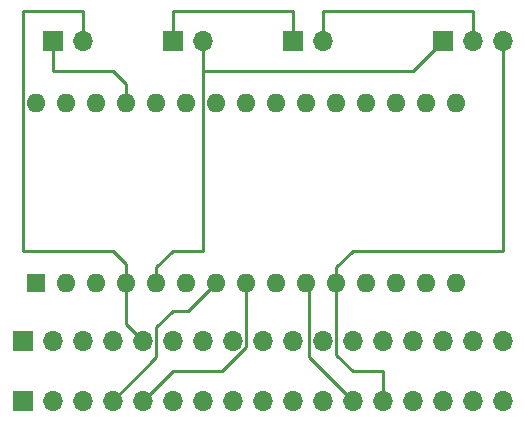
<source format=gbr>
%TF.GenerationSoftware,KiCad,Pcbnew,7.0.5*%
%TF.CreationDate,2026-01-03T12:26:39-08:00*%
%TF.ProjectId,ST-Noise,53542d4e-6f69-4736-952e-6b696361645f,rev?*%
%TF.SameCoordinates,Original*%
%TF.FileFunction,Copper,L1,Top*%
%TF.FilePolarity,Positive*%
%FSLAX46Y46*%
G04 Gerber Fmt 4.6, Leading zero omitted, Abs format (unit mm)*
G04 Created by KiCad (PCBNEW 7.0.5) date 2026-01-03 12:26:39*
%MOMM*%
%LPD*%
G01*
G04 APERTURE LIST*
%TA.AperFunction,ComponentPad*%
%ADD10R,1.700000X1.700000*%
%TD*%
%TA.AperFunction,ComponentPad*%
%ADD11O,1.700000X1.700000*%
%TD*%
%TA.AperFunction,ComponentPad*%
%ADD12R,1.600000X1.600000*%
%TD*%
%TA.AperFunction,ComponentPad*%
%ADD13O,1.600000X1.600000*%
%TD*%
%TA.AperFunction,Conductor*%
%ADD14C,0.250000*%
%TD*%
G04 APERTURE END LIST*
D10*
%TO.P,J2,1,Pin_1*%
%TO.N,Net-(A1-+5V)*%
X111760000Y-45720000D03*
D11*
%TO.P,J2,2,Pin_2*%
%TO.N,Net-(J1a1-Pin_5)*%
X114300000Y-45720000D03*
%TD*%
D12*
%TO.P,A1,1,D1/TX*%
%TO.N,unconnected-(A1-D1{slash}TX-Pad1)*%
X110370000Y-66180000D03*
D13*
%TO.P,A1,2,D0/RX*%
%TO.N,unconnected-(A1-D0{slash}RX-Pad2)*%
X112910000Y-66180000D03*
%TO.P,A1,3,~{RESET}*%
%TO.N,unconnected-(A1-~{RESET}-Pad3)*%
X115450000Y-66180000D03*
%TO.P,A1,4,GND*%
%TO.N,Net-(J1a1-Pin_5)*%
X117990000Y-66180000D03*
%TO.P,A1,5,D2*%
%TO.N,Net-(A1-D2)*%
X120530000Y-66180000D03*
%TO.P,A1,6,D3*%
%TO.N,unconnected-(A1-D3-Pad6)*%
X123070000Y-66180000D03*
%TO.P,A1,7,D4*%
%TO.N,Net-(A1-D4)*%
X125610000Y-66180000D03*
%TO.P,A1,8,D5*%
%TO.N,Net-(A1-D5)*%
X128150000Y-66180000D03*
%TO.P,A1,9,D6*%
%TO.N,Net-(A1-D6)*%
X130690000Y-66180000D03*
%TO.P,A1,10,D7*%
%TO.N,Net-(A1-D7)*%
X133230000Y-66180000D03*
%TO.P,A1,11,D8*%
%TO.N,Net-(A1-D8)*%
X135770000Y-66180000D03*
%TO.P,A1,12,D9*%
%TO.N,unconnected-(A1-D9-Pad12)*%
X138310000Y-66180000D03*
%TO.P,A1,13,D10*%
%TO.N,unconnected-(A1-D10-Pad13)*%
X140850000Y-66180000D03*
%TO.P,A1,14,D11*%
%TO.N,unconnected-(A1-D11-Pad14)*%
X143390000Y-66180000D03*
%TO.P,A1,15,D12*%
%TO.N,unconnected-(A1-D12-Pad15)*%
X145930000Y-66180000D03*
%TO.P,A1,16,D13*%
%TO.N,unconnected-(A1-D13-Pad16)*%
X145930000Y-50940000D03*
%TO.P,A1,17,3V3*%
%TO.N,unconnected-(A1-3V3-Pad17)*%
X143390000Y-50940000D03*
%TO.P,A1,18,AREF*%
%TO.N,unconnected-(A1-AREF-Pad18)*%
X140850000Y-50940000D03*
%TO.P,A1,19,A0*%
%TO.N,unconnected-(A1-A0-Pad19)*%
X138310000Y-50940000D03*
%TO.P,A1,20,A1*%
%TO.N,unconnected-(A1-A1-Pad20)*%
X135770000Y-50940000D03*
%TO.P,A1,21,A2*%
%TO.N,unconnected-(A1-A2-Pad21)*%
X133230000Y-50940000D03*
%TO.P,A1,22,A3*%
%TO.N,unconnected-(A1-A3-Pad22)*%
X130690000Y-50940000D03*
%TO.P,A1,23,A4*%
%TO.N,unconnected-(A1-A4-Pad23)*%
X128150000Y-50940000D03*
%TO.P,A1,24,A5*%
%TO.N,unconnected-(A1-A5-Pad24)*%
X125610000Y-50940000D03*
%TO.P,A1,25,A6*%
%TO.N,unconnected-(A1-A6-Pad25)*%
X123070000Y-50940000D03*
%TO.P,A1,26,A7*%
%TO.N,unconnected-(A1-A7-Pad26)*%
X120530000Y-50940000D03*
%TO.P,A1,27,+5V*%
%TO.N,Net-(A1-+5V)*%
X117990000Y-50940000D03*
%TO.P,A1,28,~{RESET}*%
%TO.N,unconnected-(A1-~{RESET}-Pad28)*%
X115450000Y-50940000D03*
%TO.P,A1,29,GND*%
%TO.N,unconnected-(A1-GND-Pad29)*%
X112910000Y-50940000D03*
%TO.P,A1,30,VIN*%
%TO.N,unconnected-(A1-VIN-Pad30)*%
X110370000Y-50940000D03*
%TD*%
D10*
%TO.P, ,1,Pin_1*%
%TO.N,unconnected-(J1a1-Pin_1-Pad1)*%
X109220000Y-71120000D03*
D11*
%TO.P, ,2,Pin_2*%
%TO.N,unconnected-(J1a1-Pin_2-Pad2)*%
X111760000Y-71120000D03*
%TO.P, ,3,Pin_3*%
%TO.N,unconnected-(J1a1-Pin_3-Pad3)*%
X114300000Y-71120000D03*
%TO.P, ,4,Pin_4*%
%TO.N,unconnected-(J1a1-Pin_4-Pad4)*%
X116840000Y-71120000D03*
%TO.P, ,5,Pin_5*%
%TO.N,Net-(J1a1-Pin_5)*%
X119380000Y-71120000D03*
%TO.P, ,6,Pin_6*%
%TO.N,unconnected-(J1a1-Pin_6-Pad6)*%
X121920000Y-71120000D03*
%TO.P, ,7,Pin_7*%
%TO.N,unconnected-(J1a1-Pin_7-Pad7)*%
X124460000Y-71120000D03*
%TO.P, ,8,Pin_8*%
%TO.N,unconnected-(J1a1-Pin_8-Pad8)*%
X127000000Y-71120000D03*
%TO.P, ,9,Pin_9*%
%TO.N,unconnected-(J1a1-Pin_9-Pad9)*%
X129540000Y-71120000D03*
%TO.P, ,10,Pin_10*%
%TO.N,unconnected-(J1a1-Pin_10-Pad10)*%
X132080000Y-71120000D03*
%TO.P, ,11,Pin_11*%
%TO.N,unconnected-(J1a1-Pin_11-Pad11)*%
X134620000Y-71120000D03*
%TO.P, ,12,Pin_12*%
%TO.N,unconnected-(J1a1-Pin_12-Pad12)*%
X137160000Y-71120000D03*
%TO.P, ,13,Pin_13*%
%TO.N,unconnected-(J1a1-Pin_13-Pad13)*%
X139700000Y-71120000D03*
%TO.P, ,14,Pin_14*%
%TO.N,unconnected-(J1a1-Pin_14-Pad14)*%
X142240000Y-71120000D03*
%TO.P, ,15,Pin_15*%
%TO.N,unconnected-(J1a1-Pin_15-Pad15)*%
X144780000Y-71120000D03*
%TO.P, ,16,Pin_16*%
%TO.N,unconnected-(J1a1-Pin_16-Pad16)*%
X147320000Y-71120000D03*
%TO.P, ,17,Pin_17*%
%TO.N,unconnected-(J1a1-Pin_17-Pad17)*%
X149860000Y-71120000D03*
%TD*%
D10*
%TO.P,J1,1,Pin_1*%
%TO.N,unconnected-(J1b1-Pin_1-Pad1)*%
X109220000Y-76200000D03*
D11*
%TO.P,J1,2,Pin_2*%
%TO.N,unconnected-(J1b1-Pin_2-Pad2)*%
X111760000Y-76200000D03*
%TO.P,J1,3,Pin_3*%
%TO.N,unconnected-(J1b1-Pin_3-Pad3)*%
X114300000Y-76200000D03*
%TO.P,J1,4,Pin_4*%
%TO.N,Net-(A1-D4)*%
X116840000Y-76200000D03*
%TO.P,J1,5,Pin_5*%
%TO.N,Net-(A1-D5)*%
X119380000Y-76200000D03*
%TO.P,J1,6,Pin_6*%
%TO.N,unconnected-(J1b1-Pin_6-Pad6)*%
X121920000Y-76200000D03*
%TO.P,J1,7,Pin_7*%
%TO.N,unconnected-(J1b1-Pin_7-Pad7)*%
X124460000Y-76200000D03*
%TO.P,J1,8,Pin_8*%
%TO.N,unconnected-(J1b1-Pin_8-Pad8)*%
X127000000Y-76200000D03*
%TO.P,J1,9,Pin_9*%
%TO.N,unconnected-(J1b1-Pin_9-Pad9)*%
X129540000Y-76200000D03*
%TO.P,J1,10,Pin_10*%
%TO.N,unconnected-(J1b1-Pin_10-Pad10)*%
X132080000Y-76200000D03*
%TO.P,J1,11,Pin_11*%
%TO.N,unconnected-(J1b1-Pin_11-Pad11)*%
X134620000Y-76200000D03*
%TO.P,J1,12,Pin_12*%
%TO.N,Net-(A1-D7)*%
X137160000Y-76200000D03*
%TO.P,J1,13,Pin_13*%
%TO.N,Net-(A1-D8)*%
X139700000Y-76200000D03*
%TO.P,J1,14,Pin_14*%
%TO.N,unconnected-(J1b1-Pin_14-Pad14)*%
X142240000Y-76200000D03*
%TO.P,J1,15,Pin_15*%
%TO.N,unconnected-(J1b1-Pin_15-Pad15)*%
X144780000Y-76200000D03*
%TO.P,J1,16,Pin_16*%
%TO.N,unconnected-(J1b1-Pin_16-Pad16)*%
X147320000Y-76200000D03*
%TO.P,J1,17,Pin_17*%
%TO.N,Net-(A1-D6)*%
X149860000Y-76200000D03*
%TD*%
D10*
%TO.P,J4,1,Pin_1*%
%TO.N,Net-(J3-Pin_1)*%
X132080000Y-45720000D03*
D11*
%TO.P,J4,2,Pin_2*%
%TO.N,Net-(J4-Pin_2)*%
X134620000Y-45720000D03*
%TD*%
D10*
%TO.P,J3,1,Pin_1*%
%TO.N,Net-(J3-Pin_1)*%
X121920000Y-45720000D03*
D11*
%TO.P,J3,2,Pin_2*%
%TO.N,Net-(A1-D2)*%
X124460000Y-45720000D03*
%TD*%
D10*
%TO.P,JP1,1,A*%
%TO.N,Net-(A1-D2)*%
X144780000Y-45720000D03*
D11*
%TO.P,JP1,2,C*%
%TO.N,Net-(J4-Pin_2)*%
X147320000Y-45720000D03*
%TO.P,JP1,3,B*%
%TO.N,Net-(A1-D8)*%
X149860000Y-45720000D03*
%TD*%
D14*
%TO.N,Net-(J1a1-Pin_5)*%
X109220000Y-63500000D02*
X116840000Y-63500000D01*
X117990000Y-64650000D02*
X117990000Y-66180000D01*
X117990000Y-66180000D02*
X117990000Y-69730000D01*
X114300000Y-45720000D02*
X114300000Y-43180000D01*
X116840000Y-63500000D02*
X117990000Y-64650000D01*
X109220000Y-43180000D02*
X109220000Y-63500000D01*
X117990000Y-69730000D02*
X119380000Y-71120000D01*
X114300000Y-43180000D02*
X109220000Y-43180000D01*
%TO.N,Net-(A1-D2)*%
X120530000Y-64890000D02*
X120530000Y-66180000D01*
X144780000Y-45720000D02*
X142240000Y-48260000D01*
X121920000Y-63500000D02*
X120530000Y-64890000D01*
X124460000Y-63500000D02*
X121920000Y-63500000D01*
X142240000Y-48260000D02*
X124460000Y-48260000D01*
X124460000Y-45720000D02*
X124460000Y-63500000D01*
%TO.N,Net-(A1-D4)*%
X120555000Y-69945000D02*
X120555000Y-72485000D01*
X123210000Y-68580000D02*
X121920000Y-68580000D01*
X125610000Y-66180000D02*
X123210000Y-68580000D01*
X120555000Y-72485000D02*
X116840000Y-76200000D01*
X121920000Y-68580000D02*
X120555000Y-69945000D01*
%TO.N,Net-(A1-D5)*%
X128175000Y-66205000D02*
X128175000Y-71606701D01*
X126121701Y-73660000D02*
X121920000Y-73660000D01*
X121920000Y-73660000D02*
X119380000Y-76200000D01*
X128175000Y-71606701D02*
X126121701Y-73660000D01*
X128150000Y-66180000D02*
X128175000Y-66205000D01*
%TO.N,Net-(A1-D6)*%
X130715000Y-66205000D02*
X130690000Y-66180000D01*
%TO.N,Net-(A1-D7)*%
X133445000Y-66395000D02*
X133230000Y-66180000D01*
X137160000Y-76200000D02*
X133445000Y-72485000D01*
X133445000Y-72485000D02*
X133445000Y-66395000D01*
%TO.N,Net-(A1-D8)*%
X139700000Y-73660000D02*
X139700000Y-76200000D01*
X135795000Y-72295000D02*
X137160000Y-73660000D01*
X137160000Y-63500000D02*
X135770000Y-64890000D01*
X135770000Y-64890000D02*
X135770000Y-66180000D01*
X149860000Y-63500000D02*
X137160000Y-63500000D01*
X137160000Y-73660000D02*
X139700000Y-73660000D01*
X135795000Y-66205000D02*
X135795000Y-72295000D01*
X149860000Y-45720000D02*
X149860000Y-63500000D01*
X135770000Y-66180000D02*
X135795000Y-66205000D01*
%TO.N,Net-(J3-Pin_1)*%
X121920000Y-43180000D02*
X132080000Y-43180000D01*
X132080000Y-43180000D02*
X132080000Y-45720000D01*
X121920000Y-45720000D02*
X121920000Y-43180000D01*
%TO.N,Net-(J4-Pin_2)*%
X134620000Y-45720000D02*
X134620000Y-43180000D01*
X147320000Y-43180000D02*
X147320000Y-45720000D01*
X134620000Y-43180000D02*
X147320000Y-43180000D01*
%TO.N,Net-(A1-+5V)*%
X117990000Y-49410000D02*
X117990000Y-50940000D01*
X111760000Y-48260000D02*
X116840000Y-48260000D01*
X111760000Y-45720000D02*
X111760000Y-48260000D01*
X116840000Y-48260000D02*
X117990000Y-49410000D01*
%TD*%
M02*

</source>
